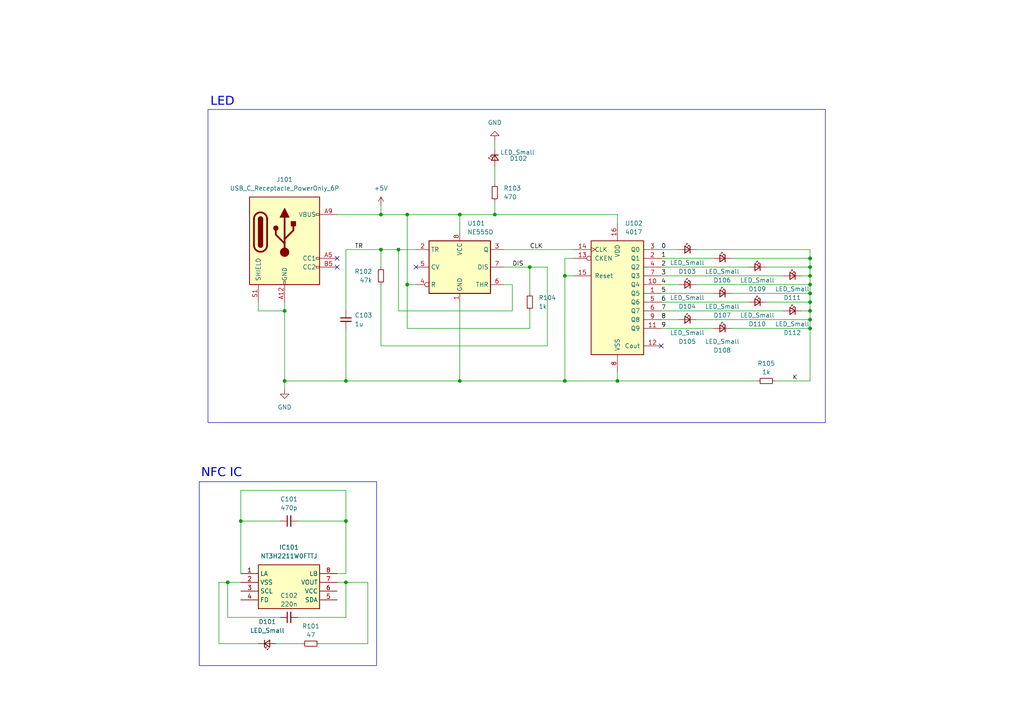
<source format=kicad_sch>
(kicad_sch (version 20250114) (generator "eeschema") (generator_version "9.0")
  (paper "A4")
  (lib_symbols
    (symbol "4xxx:4017" (pin_names (offset 1.016))
      (property "Reference" "U" (at -7.62 16.51 0))
      (property "Value" "4017" (at -7.62 -19.05 0))
      (symbol "4017_1_0"
        (pin input clock (at -12.7 12.7 0) (length 5.08) (name "CLK") (number "14"))
        (pin input inverted (at -12.7 10.16 0) (length 5.08) (name "CKEN") (number "13"))
        (pin input line (at -12.7 5.08 0) (length 5.08) (name "Reset") (number "15"))
        (pin power_in line (at 0 20.32 270) (length 5.08) (name "VDD") (number "16"))
        (pin power_in line (at 0 -22.86 90) (length 5.08) (name "VSS") (number "8"))
        (pin output line (at 12.7 12.7 180) (length 5.08) (name "Q0") (number "3"))
        (pin output line (at 12.7 10.16 180) (length 5.08) (name "Q1") (number "2"))
        (pin output line (at 12.7 7.62 180) (length 5.08) (name "Q2") (number "4"))
        (pin output line (at 12.7 5.08 180) (length 5.08) (name "Q3") (number "7"))
        (pin output line (at 12.7 2.54 180) (length 5.08) (name "Q4") (number "10"))
        (pin output line (at 12.7 0 180) (length 5.08) (name "Q5") (number "1"))
        (pin output line (at 12.7 -2.54 180) (length 5.08) (name "Q6") (number "5"))
        (pin output line (at 12.7 -5.08 180) (length 5.08) (name "Q7") (number "6"))
        (pin output line (at 12.7 -7.62 180) (length 5.08) (name "Q8") (number "9"))
        (pin output line (at 12.7 -10.16 180) (length 5.08) (name "Q9") (number "11"))
        (pin output line (at 12.7 -15.24 180) (length 5.08) (name "Cout") (number "12"))
      )
      (symbol "4017_1_1"
        (rectangle (start -7.62 15.24) (end 7.62 -17.78) (stroke (width 0.254)) (fill (type background)))
      )
    )
    (symbol "Connector:USB_C_Receptacle_PowerOnly_6P" (pin_names (offset 1.016))
      (property "Reference" "J" (at 0 16.51 0))
      (property "Value" "USB_C_Receptacle_PowerOnly_6P" (at 0 13.97 0))
      (symbol "USB_C_Receptacle_PowerOnly_6P_0_0"
        (rectangle (start -0.254 -12.7) (end 0.254 -11.684))
        (rectangle (start 10.16 7.874) (end 9.144 7.366))
        (rectangle (start 10.16 -4.826) (end 9.144 -5.334))
        (rectangle (start 10.16 -7.366) (end 9.144 -7.874))
      )
      (symbol "USB_C_Receptacle_PowerOnly_6P_0_1"
        (rectangle (start -10.16 12.7) (end 10.16 -12.7) (stroke (width 0.254)) (fill (type background)))
        (polyline (pts (xy -8.89 -1.27) (xy -8.89 6.35)) (stroke (width 0.508)))
        (rectangle (start -7.62 -1.27) (end -6.35 6.35) (stroke (width 0.254)) (fill (type outline)))
        (arc (start -7.62 6.35) (mid -6.985 6.9823) (end -6.35 6.35) (stroke (width 0.254)))
        (arc (start -7.62 6.35) (mid -6.985 6.9823) (end -6.35 6.35) (stroke (width 0.254)) (fill (type outline)))
        (arc (start -8.89 6.35) (mid -6.985 8.2467) (end -5.08 6.35) (stroke (width 0.508)))
        (arc (start -5.08 -1.27) (mid -6.985 -3.1667) (end -8.89 -1.27) (stroke (width 0.508)))
        (arc (start -6.35 -1.27) (mid -6.985 -1.9023) (end -7.62 -1.27) (stroke (width 0.254)))
        (arc (start -6.35 -1.27) (mid -6.985 -1.9023) (end -7.62 -1.27) (stroke (width 0.254)) (fill (type outline)))
        (polyline (pts (xy -5.08 6.35) (xy -5.08 -1.27)) (stroke (width 0.508)))
        (circle (center -2.54 3.683) (radius 0.635) (stroke (width 0.254)) (fill (type outline)))
        (polyline (pts (xy -1.27 6.858) (xy 0 9.398) (xy 1.27 6.858) (xy -1.27 6.858)) (stroke (width 0.254)) (fill (type outline)))
        (polyline (pts (xy 0 0.508) (xy 2.54 3.048) (xy 2.54 4.318)) (stroke (width 0.508)))
        (polyline (pts (xy 0 -0.762) (xy -2.54 1.778) (xy -2.54 3.048)) (stroke (width 0.508)))
        (polyline (pts (xy 0 -3.302) (xy 0 6.858)) (stroke (width 0.508)))
        (circle (center 0 -3.302) (radius 1.27) (fill (type outline)))
        (rectangle (start 1.905 4.318) (end 3.175 5.588) (stroke (width 0.254)) (fill (type outline)))
      )
      (symbol "USB_C_Receptacle_PowerOnly_6P_1_1"
        (pin passive line (at -7.62 -17.78 90) (length 5.08) (name "SHIELD") (number "S1"))
        (pin passive line (at 0 -17.78 90) (length 5.08) (name "GND") (number "A12"))
        (pin passive line (at 0 -17.78 90) (length 5.08) (hide yes) (name "GND") (number "B12"))
        (pin passive line (at 15.24 7.62 180) (length 5.08) (name "VBUS") (number "A9"))
        (pin passive line (at 15.24 7.62 180) (length 5.08) (hide yes) (name "VBUS") (number "B9"))
        (pin bidirectional line (at 15.24 -5.08 180) (length 5.08) (name "CC1") (number "A5"))
        (pin bidirectional line (at 15.24 -7.62 180) (length 5.08) (name "CC2") (number "B5"))
      )
    )
    (symbol "Device:C_Small" (pin_numbers (hide yes)) (pin_names (offset 0.254) (hide yes))
      (property "Reference" "C" (at 0.254 1.778 0))
      (property "Value" "C_Small" (at 0.254 -2.032 0))
      (symbol "C_Small_0_1"
        (polyline (pts (xy -1.524 0.508) (xy 1.524 0.508)) (stroke (width 0.3048)))
        (polyline (pts (xy -1.524 -0.508) (xy 1.524 -0.508)) (stroke (width 0.3302)))
      )
      (symbol "C_Small_1_1"
        (pin passive line (at 0 2.54 270) (length 2.032) (name "~") (number "1"))
        (pin passive line (at 0 -2.54 90) (length 2.032) (name "~") (number "2"))
      )
    )
    (symbol "Device:LED_Small" (pin_numbers (hide yes)) (pin_names (offset 0.254) (hide yes))
      (property "Reference" "D" (at -1.27 3.175 0))
      (property "Value" "LED_Small" (at -4.445 -2.54 0))
      (symbol "LED_Small_0_1"
        (polyline (pts (xy -0.762 -1.016) (xy -0.762 1.016)) (stroke (width 0.254)))
        (polyline (pts (xy 0 0.762) (xy -0.508 1.27) (xy -0.254 1.27) (xy -0.508 1.27) (xy -0.508 1.016)))
        (polyline (pts (xy 0.508 1.27) (xy 0 1.778) (xy 0.254 1.778) (xy 0 1.778) (xy 0 1.524)))
        (polyline (pts (xy 0.762 -1.016) (xy -0.762 0) (xy 0.762 1.016) (xy 0.762 -1.016)) (stroke (width 0.254)))
        (polyline (pts (xy 1.016 0) (xy -0.762 0)))
      )
      (symbol "LED_Small_1_1"
        (pin passive line (at -2.54 0 0) (length 1.778) (name "K") (number "1"))
        (pin passive line (at 2.54 0 180) (length 1.778) (name "A") (number "2"))
      )
    )
    (symbol "Device:R_Small" (pin_numbers (hide yes)) (pin_names (offset 0.254) (hide yes))
      (property "Reference" "R" (at 0.762 0.508 0))
      (property "Value" "R_Small" (at 0.762 -1.016 0))
      (symbol "R_Small_0_1"
        (rectangle (start -0.762 1.778) (end 0.762 -1.778) (stroke (width 0.2032)))
      )
      (symbol "R_Small_1_1"
        (pin passive line (at 0 2.54 270) (length 0.762) (name "~") (number "1"))
        (pin passive line (at 0 -2.54 90) (length 0.762) (name "~") (number "2"))
      )
    )
    (symbol "NT3H2211W0FTTJ:NT3H2211W0FTTJ"
      (property "Reference" "IC" (at 24.13 7.62 0))
      (property "Value" "NT3H2211W0FTTJ" (at 24.13 5.08 0))
      (symbol "NT3H2211W0FTTJ_1_1"
        (rectangle (start 5.08 2.54) (end 22.86 -10.16) (stroke (width 0.254)) (fill (type background)))
        (pin passive line (at 0 0 0) (length 5.08) (name "LA") (number "1"))
        (pin passive line (at 0 -2.54 0) (length 5.08) (name "VSS") (number "2"))
        (pin passive line (at 0 -5.08 0) (length 5.08) (name "SCL") (number "3"))
        (pin passive line (at 0 -7.62 0) (length 5.08) (name "FD") (number "4"))
        (pin passive line (at 27.94 0 180) (length 5.08) (name "LB") (number "8"))
        (pin passive line (at 27.94 -2.54 180) (length 5.08) (name "VOUT") (number "7"))
        (pin passive line (at 27.94 -5.08 180) (length 5.08) (name "VCC") (number "6"))
        (pin passive line (at 27.94 -7.62 180) (length 5.08) (name "SDA") (number "5"))
      )
    )
    (symbol "Timer:NE555D"
      (property "Reference" "U" (at -10.16 8.89 0))
      (property "Value" "NE555D" (at 2.54 8.89 0))
      (symbol "NE555D_0_0"
        (pin power_in line (at 0 10.16 270) (length 2.54) (name "VCC") (number "8"))
        (pin power_in line (at 0 -10.16 90) (length 2.54) (name "GND") (number "1"))
      )
      (symbol "NE555D_0_1"
        (rectangle (start -8.89 -7.62) (end 8.89 7.62) (stroke (width 0.254)) (fill (type background)))
        (rectangle (start -8.89 -7.62) (end 8.89 7.62) (stroke (width 0.254)) (fill (type background)))
      )
      (symbol "NE555D_1_1"
        (pin input line (at -12.7 5.08 0) (length 3.81) (name "TR") (number "2"))
        (pin input line (at -12.7 0 0) (length 3.81) (name "CV") (number "5"))
        (pin input inverted (at -12.7 -5.08 0) (length 3.81) (name "R") (number "4"))
        (pin output line (at 12.7 5.08 180) (length 3.81) (name "Q") (number "3"))
        (pin input line (at 12.7 0 180) (length 3.81) (name "DIS") (number "7"))
        (pin input line (at 12.7 -5.08 180) (length 3.81) (name "THR") (number "6"))
      )
    )
    (symbol "power:+5V" (power) (pin_numbers (hide yes)) (pin_names (offset 0) (hide yes))
      (property "Value" "+5V" (at 0 3.556 0))
      (symbol "+5V_0_1"
        (polyline (pts (xy -0.762 1.27) (xy 0 2.54)))
        (polyline (pts (xy 0 2.54) (xy 0.762 1.27)))
        (polyline (pts (xy 0 0) (xy 0 2.54)))
      )
      (symbol "+5V_1_1"
        (pin power_in line (at 0 0 90) (length 0) (name "~") (number "1"))
      )
    )
    (symbol "power:GND" (power) (pin_numbers (hide yes)) (pin_names (offset 0) (hide yes))
      (property "Value" "GND" (at 0 -3.81 0))
      (symbol "GND_0_1"
        (polyline (pts (xy 0 0) (xy 0 -1.27) (xy 1.27 -1.27) (xy 0 -2.54) (xy -1.27 -1.27) (xy 0 -1.27)))
      )
      (symbol "GND_1_1"
        (pin power_in line (at 0 0 270) (length 0) (name "~") (number "1"))
      )
    )
  )
  (rectangle (start 57.785 139.7) (end 109.22 193.04))
  (rectangle (start 60.325 31.75) (end 239.395 122.555))
  (text "LED" (at 64.516 30.226 0) (effects (font (size 2.54 2.54))))
  (text "NFC IC" (at 64.262 137.922 0) (effects (font (size 2.54 2.54))))
  (junction (at 234.95 77.47))
  (junction (at 133.35 62.23))
  (junction (at 133.35 110.49))
  (junction (at 163.83 80.01))
  (junction (at 234.95 87.63))
  (junction (at 118.11 62.23))
  (junction (at 163.83 110.49))
  (junction (at 234.95 95.25))
  (junction (at 118.11 82.55))
  (junction (at 234.95 90.17))
  (junction (at 115.57 72.39))
  (junction (at 66.04 168.91))
  (junction (at 110.49 62.23))
  (junction (at 234.95 92.71))
  (junction (at 100.33 110.49))
  (junction (at 110.49 72.39))
  (junction (at 69.85 151.13))
  (junction (at 234.95 82.55))
  (junction (at 234.95 85.09))
  (junction (at 143.51 62.23))
  (junction (at 82.55 90.17))
  (junction (at 179.07 110.49))
  (junction (at 100.33 151.13))
  (junction (at 234.95 74.93))
  (junction (at 82.55 110.49))
  (junction (at 234.95 80.01))
  (junction (at 100.33 168.91))
  (junction (at 153.67 77.47))
  (no_connect (at 97.79 77.47))
  (no_connect (at 191.77 100.33))
  (no_connect (at 97.79 74.93))
  (no_connect (at 120.65 77.47))
  (wire (pts (xy 234.95 87.63) (xy 234.95 90.17)))
  (wire (pts (xy 201.93 72.39) (xy 234.95 72.39)))
  (wire (pts (xy 66.04 179.07) (xy 66.04 168.91)))
  (wire (pts (xy 163.83 80.01) (xy 163.83 110.49)))
  (wire (pts (xy 191.77 87.63) (xy 217.17 87.63)))
  (wire (pts (xy 148.59 90.17) (xy 115.57 90.17)))
  (wire (pts (xy 106.68 168.91) (xy 100.33 168.91)))
  (wire (pts (xy 100.33 95.25) (xy 100.33 110.49)))
  (wire (pts (xy 106.68 186.69) (xy 106.68 168.91)))
  (wire (pts (xy 63.5 168.91) (xy 66.04 168.91)))
  (wire (pts (xy 201.93 92.71) (xy 234.95 92.71)))
  (wire (pts (xy 163.83 110.49) (xy 133.35 110.49)))
  (wire (pts (xy 118.11 82.55) (xy 118.11 62.23)))
  (wire (pts (xy 163.83 80.01) (xy 166.37 80.01)))
  (wire (pts (xy 232.41 80.01) (xy 234.95 80.01)))
  (wire (pts (xy 191.77 80.01) (xy 227.33 80.01)))
  (wire (pts (xy 120.65 82.55) (xy 118.11 82.55)))
  (wire (pts (xy 69.85 151.13) (xy 81.28 151.13)))
  (wire (pts (xy 110.49 82.55) (xy 110.49 100.33)))
  (wire (pts (xy 146.05 77.47) (xy 153.67 77.47)))
  (wire (pts (xy 69.85 151.13) (xy 69.85 166.37)))
  (wire (pts (xy 66.04 168.91) (xy 69.85 168.91)))
  (wire (pts (xy 146.05 82.55) (xy 148.59 82.55)))
  (wire (pts (xy 153.67 95.25) (xy 118.11 95.25)))
  (wire (pts (xy 179.07 107.95) (xy 179.07 110.49)))
  (wire (pts (xy 201.93 82.55) (xy 234.95 82.55)))
  (wire (pts (xy 234.95 85.09) (xy 234.95 87.63)))
  (wire (pts (xy 191.77 92.71) (xy 196.85 92.71)))
  (wire (pts (xy 191.77 77.47) (xy 217.17 77.47)))
  (wire (pts (xy 212.09 85.09) (xy 234.95 85.09)))
  (wire (pts (xy 234.95 74.93) (xy 234.95 77.47)))
  (wire (pts (xy 69.85 142.24) (xy 69.85 151.13)))
  (wire (pts (xy 110.49 72.39) (xy 115.57 72.39)))
  (wire (pts (xy 143.51 48.26) (xy 143.51 53.34)))
  (wire (pts (xy 234.95 72.39) (xy 234.95 74.93)))
  (wire (pts (xy 222.25 77.47) (xy 234.95 77.47)))
  (wire (pts (xy 191.77 90.17) (xy 227.33 90.17)))
  (wire (pts (xy 100.33 72.39) (xy 110.49 72.39)))
  (wire (pts (xy 234.95 95.25) (xy 234.95 110.49)))
  (wire (pts (xy 82.55 90.17) (xy 82.55 110.49)))
  (wire (pts (xy 80.01 186.69) (xy 87.63 186.69)))
  (wire (pts (xy 100.33 142.24) (xy 100.33 151.13)))
  (wire (pts (xy 179.07 110.49) (xy 163.83 110.49)))
  (wire (pts (xy 82.55 87.63) (xy 82.55 90.17)))
  (wire (pts (xy 158.75 77.47) (xy 153.67 77.47)))
  (wire (pts (xy 133.35 62.23) (xy 143.51 62.23)))
  (wire (pts (xy 115.57 90.17) (xy 115.57 72.39)))
  (wire (pts (xy 118.11 62.23) (xy 133.35 62.23)))
  (wire (pts (xy 110.49 62.23) (xy 118.11 62.23)))
  (wire (pts (xy 191.77 72.39) (xy 196.85 72.39)))
  (wire (pts (xy 143.51 62.23) (xy 179.07 62.23)))
  (wire (pts (xy 158.75 100.33) (xy 158.75 77.47)))
  (wire (pts (xy 74.93 90.17) (xy 82.55 90.17)))
  (wire (pts (xy 234.95 82.55) (xy 234.95 85.09)))
  (wire (pts (xy 153.67 77.47) (xy 153.67 85.09)))
  (wire (pts (xy 100.33 151.13) (xy 100.33 166.37)))
  (wire (pts (xy 74.93 186.69) (xy 63.5 186.69)))
  (wire (pts (xy 234.95 92.71) (xy 234.95 95.25)))
  (wire (pts (xy 143.51 40.64) (xy 143.51 43.18)))
  (wire (pts (xy 100.33 166.37) (xy 97.79 166.37)))
  (wire (pts (xy 224.79 110.49) (xy 234.95 110.49)))
  (wire (pts (xy 153.67 90.17) (xy 153.67 95.25)))
  (wire (pts (xy 212.09 74.93) (xy 234.95 74.93)))
  (wire (pts (xy 179.07 110.49) (xy 219.71 110.49)))
  (wire (pts (xy 118.11 95.25) (xy 118.11 82.55)))
  (wire (pts (xy 232.41 90.17) (xy 234.95 90.17)))
  (wire (pts (xy 146.05 72.39) (xy 166.37 72.39)))
  (wire (pts (xy 234.95 90.17) (xy 234.95 92.71)))
  (wire (pts (xy 222.25 87.63) (xy 234.95 87.63)))
  (wire (pts (xy 100.33 168.91) (xy 100.33 179.07)))
  (wire (pts (xy 97.79 62.23) (xy 110.49 62.23)))
  (wire (pts (xy 63.5 186.69) (xy 63.5 168.91)))
  (wire (pts (xy 191.77 85.09) (xy 207.01 85.09)))
  (wire (pts (xy 166.37 74.93) (xy 163.83 74.93)))
  (wire (pts (xy 163.83 74.93) (xy 163.83 80.01)))
  (wire (pts (xy 179.07 62.23) (xy 179.07 64.77)))
  (wire (pts (xy 191.77 95.25) (xy 207.01 95.25)))
  (wire (pts (xy 74.93 87.63) (xy 74.93 90.17)))
  (wire (pts (xy 110.49 77.47) (xy 110.49 72.39)))
  (wire (pts (xy 191.77 82.55) (xy 196.85 82.55)))
  (wire (pts (xy 212.09 95.25) (xy 234.95 95.25)))
  (wire (pts (xy 143.51 58.42) (xy 143.51 62.23)))
  (wire (pts (xy 100.33 110.49) (xy 133.35 110.49)))
  (wire (pts (xy 92.71 186.69) (xy 106.68 186.69)))
  (wire (pts (xy 82.55 110.49) (xy 100.33 110.49)))
  (wire (pts (xy 110.49 59.69) (xy 110.49 62.23)))
  (wire (pts (xy 82.55 110.49) (xy 82.55 113.03)))
  (wire (pts (xy 86.36 151.13) (xy 100.33 151.13)))
  (wire (pts (xy 81.28 179.07) (xy 66.04 179.07)))
  (wire (pts (xy 100.33 179.07) (xy 86.36 179.07)))
  (wire (pts (xy 148.59 82.55) (xy 148.59 90.17)))
  (wire (pts (xy 69.85 142.24) (xy 100.33 142.24)))
  (wire (pts (xy 115.57 72.39) (xy 120.65 72.39)))
  (wire (pts (xy 133.35 67.31) (xy 133.35 62.23)))
  (wire (pts (xy 110.49 100.33) (xy 158.75 100.33)))
  (wire (pts (xy 234.95 80.01) (xy 234.95 82.55)))
  (wire (pts (xy 133.35 110.49) (xy 133.35 87.63)))
  (wire (pts (xy 100.33 90.17) (xy 100.33 72.39)))
  (wire (pts (xy 234.95 77.47) (xy 234.95 80.01)))
  (wire (pts (xy 191.77 74.93) (xy 207.01 74.93)))
  (wire (pts (xy 100.33 168.91) (xy 97.79 168.91)))
  (label "0" (at 191.77 72.39 0))
  (label "7" (at 191.77 90.17 0))
  (label "3" (at 191.77 80.01 0))
  (label "9" (at 191.77 95.25 0))
  (label "1" (at 191.77 74.93 0))
  (label "DIS" (at 148.59 77.47 0))
  (label "4" (at 191.77 82.55 0))
  (label "5" (at 191.77 85.09 0))
  (label "8" (at 191.77 92.71 0))
  (label "K" (at 229.87 110.49 0))
  (label "TR" (at 102.87 72.39 0))
  (label "CLK" (at 153.67 72.39 0))
  (label "2" (at 191.77 77.47 0))
  (label "6" (at 191.77 87.63 0))
  (symbol (lib_id "Timer:NE555D") (at 133.35 77.47 0) (unit 1)
    (property "Reference" "U101" (at 135.5441 64.77 0) (effects (justify left)))
    (property "Value" "NE555D" (at 135.5441 67.31 0) (effects (justify left)))
    (property "Footprint" "Package_SO:SOIC-8_3.9x4.9mm_P1.27mm" (effects (hide yes)))
    (property "Datasheet" "http://www.ti.com/lit/ds/symlink/ne555.pdf" (effects (hide yes)))
    (property "Description" "Precision Timers, 555 compatible, SOIC-8" (effects (hide yes)))
  )
  (symbol (lib_id "NT3H2211W0FTTJ:NT3H2211W0FTTJ") (at 69.85 166.37 0) (unit 1)
    (property "Reference" "IC101" (at 83.82 158.75 0))
    (property "Value" "NT3H2211W0FTTJ" (at 83.82 161.29 0))
    (property "Footprint" "SOP65P490X110-8N" (effects (hide yes)))
    (property "Datasheet" "http://www.nxp.com/docs/en/data-sheet/NT3H2111_2211.pdf" (effects (hide yes)))
    (property "Description" "RFID Transponders NTAG I C <i>plus</i> 2K, NFC Forum Type 2 Tag with I C interface optimized for entry-level NFC applications" (effects (hide yes)))
    (property "Height" "1.1" (effects (hide yes)))
    (property "Mouser Part Number" "771-NT3H2211W0FTTJ" (effects (hide yes)))
    (property "Mouser Price/Stock" "https://www.mouser.co.uk/ProductDetail/NXP-Semiconductors/NT3H2211W0FTTJ?qs=5ptrxOxu%252BRZJZX9GB78j7w%3D%3D" (effects (hide yes)))
    (property "Manufacturer_Name" "NXP" (effects (hide yes)))
    (property "Manufacturer_Part_Number" "NT3H2211W0FTTJ" (effects (hide yes)))
  )
  (symbol (lib_id "Device:LED_Small") (at 209.55 74.93 0) (mirror y) (unit 1)
    (property "Reference" "D106" (at 209.4865 81.28 0))
    (property "Value" "LED_Small" (at 209.4865 78.74 0))
    (property "Footprint" "LED_SMD:LED_0402_1005Metric" (effects (hide yes)))
    (property "Description" "Light emitting diode, small symbol" (effects (hide yes)))
  )
  (symbol (lib_id "Device:R_Small") (at 143.51 55.88 180) (unit 1)
    (property "Reference" "R103" (at 146.05 54.6099 0) (effects (justify right)))
    (property "Value" "470" (at 146.05 57.1499 0) (effects (justify right)))
    (property "Footprint" "Resistor_SMD:R_0402_1005Metric" (effects (hide yes)))
    (property "Description" "Resistor, small symbol" (effects (hide yes)))
  )
  (symbol (lib_id "Device:LED_Small") (at 209.55 85.09 0) (mirror y) (unit 1)
    (property "Reference" "D107" (at 209.4865 91.44 0))
    (property "Value" "LED_Small" (at 209.4865 88.9 0))
    (property "Footprint" "LED_SMD:LED_0402_1005Metric" (effects (hide yes)))
    (property "Description" "Light emitting diode, small symbol" (effects (hide yes)))
  )
  (symbol (lib_id "Device:C_Small") (at 83.82 179.07 90) (unit 1)
    (property "Reference" "C102" (at 83.8263 172.72 90))
    (property "Value" "220n" (at 83.8263 175.26 90))
    (property "Footprint" "Capacitor_SMD:C_0402_1005Metric" (effects (hide yes)))
    (property "Description" "Unpolarized capacitor, small symbol" (effects (hide yes)))
  )
  (symbol (lib_id "Device:LED_Small") (at 219.71 77.47 0) (mirror y) (unit 1)
    (property "Reference" "D109" (at 219.6465 83.82 0))
    (property "Value" "LED_Small" (at 219.6465 81.28 0))
    (property "Footprint" "LED_SMD:LED_0402_1005Metric" (effects (hide yes)))
    (property "Description" "Light emitting diode, small symbol" (effects (hide yes)))
  )
  (symbol (lib_id "power:GND") (at 82.55 113.03 0) (unit 1)
    (property "Reference" "#PWR0101" (effects (hide yes)))
    (property "Value" "GND" (at 82.55 118.11 0))
    (property "Description" "Power symbol creates a global label with name \"GND\" , ground" (effects (hide yes)))
  )
  (symbol (lib_id "Device:R_Small") (at 222.25 110.49 90) (unit 1)
    (property "Reference" "R105" (at 222.25 105.41 90))
    (property "Value" "1k" (at 222.25 107.95 90))
    (property "Footprint" "Resistor_SMD:R_0402_1005Metric" (effects (hide yes)))
    (property "Description" "Resistor, small symbol" (effects (hide yes)))
  )
  (symbol (lib_id "Device:LED_Small") (at 229.87 90.17 0) (mirror y) (unit 1)
    (property "Reference" "D112" (at 229.8065 96.52 0))
    (property "Value" "LED_Small" (at 229.8065 93.98 0))
    (property "Footprint" "LED_SMD:LED_0402_1005Metric" (effects (hide yes)))
    (property "Description" "Light emitting diode, small symbol" (effects (hide yes)))
  )
  (symbol (lib_id "Device:R_Small") (at 90.17 186.69 90) (unit 1)
    (property "Reference" "R101" (at 90.17 181.61 90))
    (property "Value" "47" (at 90.17 184.15 90))
    (property "Footprint" "Resistor_SMD:R_0402_1005Metric" (effects (hide yes)))
    (property "Description" "Resistor, small symbol" (effects (hide yes)))
  )
  (symbol (lib_id "Device:LED_Small") (at 199.39 72.39 0) (mirror y) (unit 1)
    (property "Reference" "D103" (at 199.3265 78.74 0))
    (property "Value" "LED_Small" (at 199.3265 76.2 0))
    (property "Footprint" "LED_SMD:LED_0402_1005Metric" (effects (hide yes)))
    (property "Description" "Light emitting diode, small symbol" (effects (hide yes)))
  )
  (symbol (lib_id "Device:R_Small") (at 153.67 87.63 0) (unit 1)
    (property "Reference" "R104" (at 156.21 86.3599 0) (effects (justify left)))
    (property "Value" "1k" (at 156.21 88.8999 0) (effects (justify left)))
    (property "Footprint" "Resistor_SMD:R_0402_1005Metric" (effects (hide yes)))
    (property "Description" "Resistor, small symbol" (effects (hide yes)))
  )
  (symbol (lib_id "Device:LED_Small") (at 219.71 87.63 0) (mirror y) (unit 1)
    (property "Reference" "D110" (at 219.6465 93.98 0))
    (property "Value" "LED_Small" (at 219.6465 91.44 0))
    (property "Footprint" "LED_SMD:LED_0402_1005Metric" (effects (hide yes)))
    (property "Description" "Light emitting diode, small symbol" (effects (hide yes)))
  )
  (symbol (lib_id "Device:LED_Small") (at 199.39 92.71 0) (mirror y) (unit 1)
    (property "Reference" "D105" (at 199.3265 99.06 0))
    (property "Value" "LED_Small" (at 199.3265 96.52 0))
    (property "Footprint" "LED_SMD:LED_0402_1005Metric" (effects (hide yes)))
    (property "Description" "Light emitting diode, small symbol" (effects (hide yes)))
  )
  (symbol (lib_id "Device:LED_Small") (at 143.51 45.72 90) (mirror x) (unit 1)
    (property "Reference" "D102" (at 150.368 45.974 90))
    (property "Value" "LED_Small" (at 150.114 44.196 90))
    (property "Footprint" "LED_SMD:LED_0402_1005Metric" (effects (hide yes)))
    (property "Description" "Light emitting diode, small symbol" (effects (hide yes)))
  )
  (symbol (lib_id "Connector:USB_C_Receptacle_PowerOnly_6P") (at 82.55 69.85 0) (unit 1)
    (property "Reference" "J101" (at 82.55 52.07 0))
    (property "Value" "USB_C_Receptacle_PowerOnly_6P" (at 82.55 54.61 0))
    (property "Footprint" "Connector_USB:USB_C_Receptacle_GCT_USB4135-GF-A_6P_TopMnt_Horizontal" (effects (hide yes)))
    (property "Datasheet" "https://www.usb.org/sites/default/files/documents/usb_type-c.zip" (effects (hide yes)))
    (property "Description" "USB Power-Only 6P Type-C Receptacle connector" (effects (hide yes)))
  )
  (symbol (lib_id "Device:C_Small") (at 100.33 92.71 0) (unit 1)
    (property "Reference" "C103" (at 102.87 91.4462 0) (effects (justify left)))
    (property "Value" "1u" (at 102.87 93.9862 0) (effects (justify left)))
    (property "Footprint" "Capacitor_SMD:C_0402_1005Metric" (effects (hide yes)))
    (property "Description" "Unpolarized capacitor, small symbol" (effects (hide yes)))
  )
  (symbol (lib_id "Device:LED_Small") (at 77.47 186.69 0) (mirror x) (unit 1)
    (property "Reference" "D101" (at 77.5335 180.34 0))
    (property "Value" "LED_Small" (at 77.5335 182.88 0))
    (property "Footprint" "LED_SMD:LED_0402_1005Metric" (effects (hide yes)))
    (property "Description" "Light emitting diode, small symbol" (effects (hide yes)))
  )
  (symbol (lib_id "Device:LED_Small") (at 209.55 95.25 0) (mirror y) (unit 1)
    (property "Reference" "D108" (at 209.4865 101.6 0))
    (property "Value" "LED_Small" (at 209.4865 99.06 0))
    (property "Footprint" "LED_SMD:LED_0402_1005Metric" (effects (hide yes)))
    (property "Description" "Light emitting diode, small symbol" (effects (hide yes)))
  )
  (symbol (lib_id "Device:R_Small") (at 110.49 80.01 0) (mirror y) (unit 1)
    (property "Reference" "R102" (at 107.95 78.7399 0) (effects (justify left)))
    (property "Value" "47k" (at 107.95 81.2799 0) (effects (justify left)))
    (property "Footprint" "Resistor_SMD:R_0402_1005Metric" (effects (hide yes)))
    (property "Description" "Resistor, small symbol" (effects (hide yes)))
  )
  (symbol (lib_id "Device:LED_Small") (at 199.39 82.55 0) (mirror y) (unit 1)
    (property "Reference" "D104" (at 199.3265 88.9 0))
    (property "Value" "LED_Small" (at 199.3265 86.36 0))
    (property "Footprint" "LED_SMD:LED_0402_1005Metric" (effects (hide yes)))
    (property "Description" "Light emitting diode, small symbol" (effects (hide yes)))
  )
  (symbol (lib_id "power:+5V") (at 110.49 59.69 0) (unit 1)
    (property "Reference" "#PWR0102" (effects (hide yes)))
    (property "Value" "+5V" (at 110.49 54.61 0))
    (property "Description" "Power symbol creates a global label with name \"+5V\"" (effects (hide yes)))
  )
  (symbol (lib_id "Device:LED_Small") (at 229.87 80.01 0) (mirror y) (unit 1)
    (property "Reference" "D111" (at 229.8065 86.36 0))
    (property "Value" "LED_Small" (at 229.8065 83.82 0))
    (property "Footprint" "LED_SMD:LED_0402_1005Metric" (effects (hide yes)))
    (property "Description" "Light emitting diode, small symbol" (effects (hide yes)))
  )
  (symbol (lib_id "power:GND") (at 143.51 40.64 180) (unit 1)
    (property "Reference" "#PWR0103" (effects (hide yes)))
    (property "Value" "GND" (at 143.51 35.56 0))
    (property "Description" "Power symbol creates a global label with name \"GND\" , ground" (effects (hide yes)))
  )
  (symbol (lib_id "4xxx:4017") (at 179.07 85.09 0) (unit 1)
    (property "Reference" "U102" (at 181.2641 64.77 0) (effects (justify left)))
    (property "Value" "4017" (at 181.2641 67.31 0) (effects (justify left)))
    (property "Footprint" "Package_SO:SOP-16_3.9x9.9mm_P1.27mm" (effects (hide yes)))
    (property "Datasheet" "http://www.intersil.com/content/dam/Intersil/documents/cd40/cd4017bms-22bms.pdf" (effects (hide yes)))
    (property "Description" "Johnson Counter ( 10 outputs )" (effects (hide yes)))
  )
  (symbol (lib_id "Device:C_Small") (at 83.82 151.13 90) (unit 1)
    (property "Reference" "C101" (at 83.8263 144.78 90))
    (property "Value" "470p" (at 83.8263 147.32 90))
    (property "Footprint" "Capacitor_SMD:C_0402_1005Metric" (effects (hide yes)))
    (property "Description" "Unpolarized capacitor, small symbol" (effects (hide yes)))
  )
)
</source>
